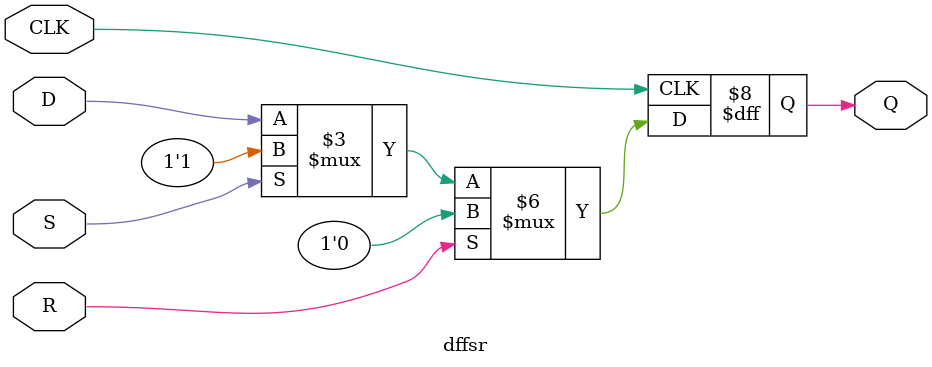
<source format=v>
module dffsr (CLK, D, R, S, Q);
input CLK, D, R, S;
output Q;
reg Q;

always @(posedge CLK) begin
    if (R) begin
        Q <= 1'b0;
    end else if (S) begin
        Q <= 1'b1;
    end else begin
        Q <= D;
    end
end

endmodule
</source>
